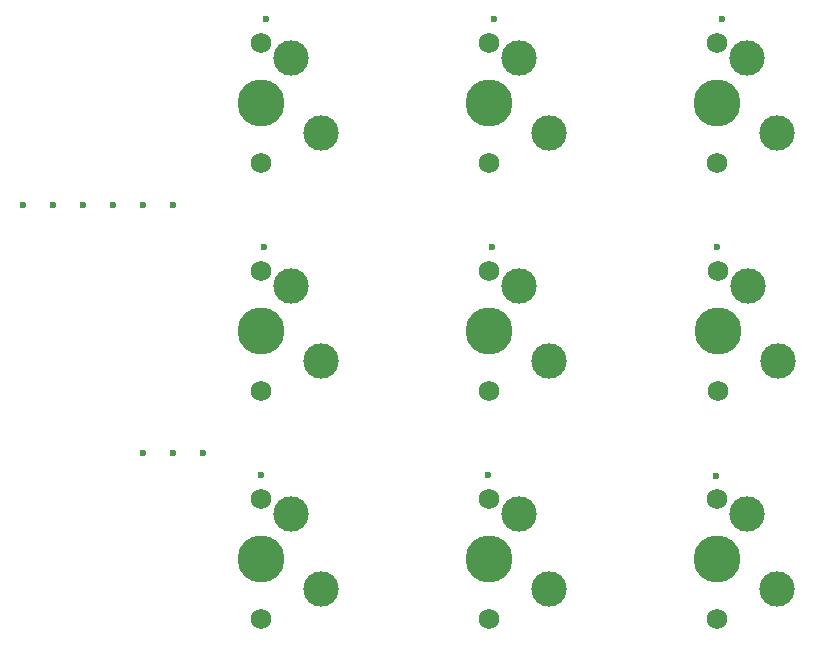
<source format=gbr>
G04 #@! TF.GenerationSoftware,KiCad,Pcbnew,8.0.6*
G04 #@! TF.CreationDate,2025-06-28T13:01:53+01:00*
G04 #@! TF.ProjectId,3x3,3378332e-6b69-4636-9164-5f7063625858,0.1*
G04 #@! TF.SameCoordinates,Original*
G04 #@! TF.FileFunction,Soldermask,Top*
G04 #@! TF.FilePolarity,Negative*
%FSLAX46Y46*%
G04 Gerber Fmt 4.6, Leading zero omitted, Abs format (unit mm)*
G04 Created by KiCad (PCBNEW 8.0.6) date 2025-06-28 13:01:53*
%MOMM*%
%LPD*%
G01*
G04 APERTURE LIST*
%ADD10C,1.750000*%
%ADD11C,3.000000*%
%ADD12C,3.987800*%
%ADD13C,0.600000*%
G04 APERTURE END LIST*
D10*
X114300000Y-33501000D03*
D11*
X116840000Y-34771000D03*
D12*
X114300000Y-38581000D03*
D11*
X119380000Y-41121000D03*
D10*
X114300000Y-43661000D03*
X133604000Y-72136000D03*
D11*
X136144000Y-73406000D03*
D12*
X133604000Y-77216000D03*
D11*
X138684000Y-79756000D03*
D10*
X133604000Y-82296000D03*
X114300000Y-72109000D03*
D11*
X116840000Y-73379000D03*
D12*
X114300000Y-77189000D03*
D11*
X119380000Y-79729000D03*
D10*
X114300000Y-82269000D03*
X133604000Y-33501000D03*
D11*
X136144000Y-34771000D03*
D12*
X133604000Y-38581000D03*
D11*
X138684000Y-41121000D03*
D10*
X133604000Y-43661000D03*
X94996000Y-72109000D03*
D11*
X97536000Y-73379000D03*
D12*
X94996000Y-77189000D03*
D11*
X100076000Y-79729000D03*
D10*
X94996000Y-82269000D03*
X133647066Y-52805000D03*
D11*
X136187066Y-54075000D03*
D12*
X133647066Y-57885000D03*
D11*
X138727066Y-60425000D03*
D10*
X133647066Y-62965000D03*
X94952934Y-33501000D03*
D11*
X97492934Y-34771000D03*
D12*
X94952934Y-38581000D03*
D11*
X100032934Y-41121000D03*
D10*
X94952934Y-43661000D03*
X94996000Y-52778000D03*
D11*
X97536000Y-54048000D03*
D12*
X94996000Y-57858000D03*
D11*
X100076000Y-60398000D03*
D10*
X94996000Y-62938000D03*
X114300000Y-52805000D03*
D11*
X116840000Y-54075000D03*
D12*
X114300000Y-57885000D03*
D11*
X119380000Y-60425000D03*
D10*
X114300000Y-62965000D03*
D13*
X95377000Y-31469000D03*
X79883000Y-47244000D03*
X133985000Y-31469000D03*
X74803000Y-47244000D03*
X95250000Y-50773000D03*
X82448400Y-47244000D03*
X114681000Y-31469000D03*
X77343000Y-47244000D03*
X133604000Y-50773000D03*
X87477600Y-47193200D03*
X84988400Y-47244000D03*
X114554000Y-50773000D03*
X94945200Y-70104000D03*
X84937600Y-68224400D03*
X114198400Y-70104000D03*
X87477600Y-68224400D03*
X90068400Y-68173600D03*
X133502400Y-70154800D03*
M02*

</source>
